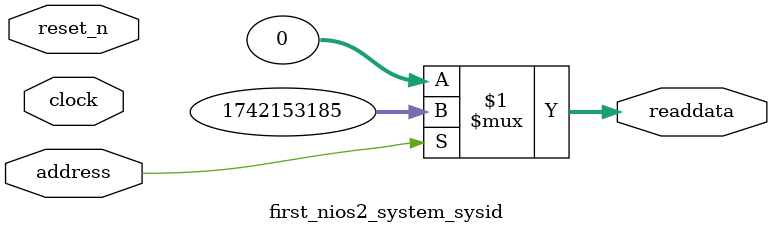
<source format=v>



// synthesis translate_off
`timescale 1ns / 1ps
// synthesis translate_on

// turn off superfluous verilog processor warnings 
// altera message_level Level1 
// altera message_off 10034 10035 10036 10037 10230 10240 10030 

module first_nios2_system_sysid (
               // inputs:
                address,
                clock,
                reset_n,

               // outputs:
                readdata
             )
;

  output  [ 31: 0] readdata;
  input            address;
  input            clock;
  input            reset_n;

  wire    [ 31: 0] readdata;
  //control_slave, which is an e_avalon_slave
  assign readdata = address ? 1742153185 : 0;

endmodule



</source>
